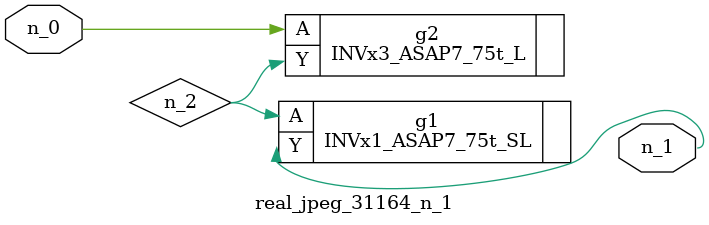
<source format=v>
module real_jpeg_31164_n_1 (n_0, n_1);

input n_0;

output n_1;

wire n_2;

INVx3_ASAP7_75t_L g2 ( 
.A(n_0),
.Y(n_2)
);

INVx1_ASAP7_75t_SL g1 ( 
.A(n_2),
.Y(n_1)
);


endmodule
</source>
